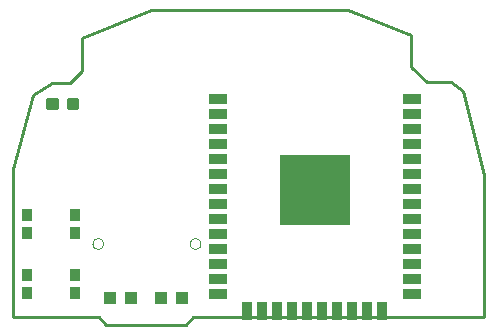
<source format=gtp>
G75*
G70*
%OFA0B0*%
%FSLAX24Y24*%
%IPPOS*%
%LPD*%
%AMOC8*
5,1,8,0,0,1.08239X$1,22.5*
%
%ADD10C,0.0100*%
%ADD11C,0.0000*%
%ADD12R,0.0591X0.0354*%
%ADD13R,0.0354X0.0591*%
%ADD14R,0.2362X0.2362*%
%ADD15R,0.0394X0.0433*%
%ADD16R,0.0354X0.0394*%
%ADD17C,0.0118*%
D10*
X003490Y003381D02*
X003740Y003131D01*
X006390Y003131D01*
X006640Y003381D01*
X016340Y003381D01*
X016340Y008131D01*
X015640Y010931D01*
X015240Y011231D01*
X014440Y011231D01*
X013890Y011731D01*
X013890Y012781D01*
X011790Y013631D01*
X005240Y013631D01*
X002940Y012681D01*
X002940Y011581D01*
X002540Y011181D01*
X001940Y011181D01*
X001290Y010781D01*
X000640Y008331D01*
X000640Y003381D01*
X003490Y003381D01*
D11*
X003277Y005831D02*
X003279Y005857D01*
X003285Y005883D01*
X003294Y005907D01*
X003307Y005930D01*
X003324Y005950D01*
X003343Y005968D01*
X003365Y005983D01*
X003388Y005994D01*
X003413Y006002D01*
X003439Y006006D01*
X003465Y006006D01*
X003491Y006002D01*
X003516Y005994D01*
X003540Y005983D01*
X003561Y005968D01*
X003580Y005950D01*
X003597Y005930D01*
X003610Y005907D01*
X003619Y005883D01*
X003625Y005857D01*
X003627Y005831D01*
X003625Y005805D01*
X003619Y005779D01*
X003610Y005755D01*
X003597Y005732D01*
X003580Y005712D01*
X003561Y005694D01*
X003539Y005679D01*
X003516Y005668D01*
X003491Y005660D01*
X003465Y005656D01*
X003439Y005656D01*
X003413Y005660D01*
X003388Y005668D01*
X003364Y005679D01*
X003343Y005694D01*
X003324Y005712D01*
X003307Y005732D01*
X003294Y005755D01*
X003285Y005779D01*
X003279Y005805D01*
X003277Y005831D01*
X006527Y005831D02*
X006529Y005857D01*
X006535Y005883D01*
X006544Y005907D01*
X006557Y005930D01*
X006574Y005950D01*
X006593Y005968D01*
X006615Y005983D01*
X006638Y005994D01*
X006663Y006002D01*
X006689Y006006D01*
X006715Y006006D01*
X006741Y006002D01*
X006766Y005994D01*
X006790Y005983D01*
X006811Y005968D01*
X006830Y005950D01*
X006847Y005930D01*
X006860Y005907D01*
X006869Y005883D01*
X006875Y005857D01*
X006877Y005831D01*
X006875Y005805D01*
X006869Y005779D01*
X006860Y005755D01*
X006847Y005732D01*
X006830Y005712D01*
X006811Y005694D01*
X006789Y005679D01*
X006766Y005668D01*
X006741Y005660D01*
X006715Y005656D01*
X006689Y005656D01*
X006663Y005660D01*
X006638Y005668D01*
X006614Y005679D01*
X006593Y005694D01*
X006574Y005712D01*
X006557Y005732D01*
X006544Y005755D01*
X006535Y005779D01*
X006529Y005805D01*
X006527Y005831D01*
D12*
X007447Y005662D03*
X007447Y006162D03*
X007447Y006662D03*
X007447Y007162D03*
X007447Y007662D03*
X007447Y008162D03*
X007447Y008662D03*
X007447Y009162D03*
X007447Y009662D03*
X007447Y010162D03*
X007447Y010662D03*
X013933Y010662D03*
X013933Y010162D03*
X013933Y009662D03*
X013933Y009162D03*
X013933Y008662D03*
X013933Y008162D03*
X013933Y007662D03*
X013933Y007162D03*
X013933Y006662D03*
X013933Y006162D03*
X013933Y005662D03*
X013933Y005162D03*
X013933Y004662D03*
X013933Y004162D03*
X007447Y004162D03*
X007447Y004662D03*
X007447Y005162D03*
D13*
X008440Y003576D03*
X008940Y003576D03*
X009440Y003576D03*
X009940Y003576D03*
X010440Y003576D03*
X010940Y003576D03*
X011440Y003576D03*
X011940Y003576D03*
X012440Y003576D03*
X012940Y003576D03*
D14*
X010690Y007631D03*
D15*
X006270Y004031D03*
X005560Y004031D03*
X004570Y004031D03*
X003860Y004031D03*
D16*
X002697Y004166D03*
X002697Y004796D03*
X001083Y004796D03*
X001083Y004166D03*
X001083Y006166D03*
X001083Y006796D03*
X002697Y006796D03*
X002697Y006166D03*
D17*
X002497Y010343D02*
X002497Y010619D01*
X002773Y010619D01*
X002773Y010343D01*
X002497Y010343D01*
X002497Y010460D02*
X002773Y010460D01*
X002773Y010577D02*
X002497Y010577D01*
X001807Y010619D02*
X001807Y010343D01*
X001807Y010619D02*
X002083Y010619D01*
X002083Y010343D01*
X001807Y010343D01*
X001807Y010460D02*
X002083Y010460D01*
X002083Y010577D02*
X001807Y010577D01*
M02*

</source>
